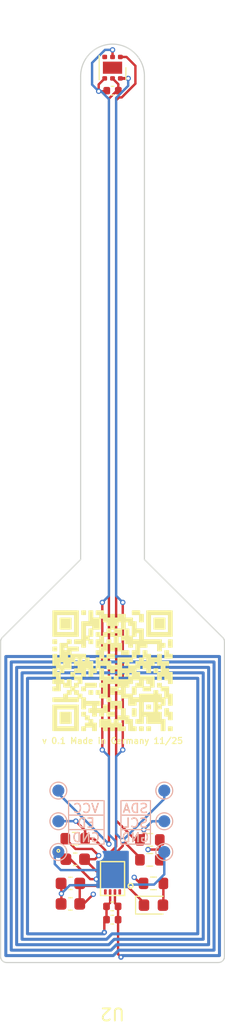
<source format=kicad_pcb>
(kicad_pcb (version 20240108) (generator "pcbnew") (generator_version "8.0")
  (layers (0 "F.Cu" signal) (1 "In1.Cu" signal) (2 "In2.Cu" signal) (31 "B.Cu" signal) (34 "B.Paste" user) (35 "F.Paste" user) (36 "B.SilkS" user "B.Silkscreen") (37 "F.SilkS" user "F.Silkscreen") (38 "B.Mask" user) (39 "F.Mask" user) (44 "Edge.Cuts" user))
  (net 0 "")
  (net 1 "GND")
  (net 2 "ANT2")
  (net 3 "ANT1")
  (net 4 "SCL")
  (net 5 "SDA")
  (net 7 "VOUT")
  (net 8 "Net-(D1-A)")
  (net 12 "ED")
  (footprint "Capacitor_SMD:C_0603_1608Metric" (layer "F.Cu") (at 126.4 48.7 180)
    (property "Reference" "C6" (hide yes))
    (property "Value" "1uF")
    (pad "1" smd roundrect (at -0.775 0 180) (size 0.9 0.95) (layers "F.Cu" "F.Paste" "F.Mask") (net 7 "VOUT"))
    (pad "2" smd roundrect (at 0.775 0 180) (size 0.9 0.95) (layers "F.Cu" "F.Paste" "F.Mask") (net 1 "GND"))
  )
  (footprint "Capacitor_SMD:C_0603_1608Metric" (layer "F.Cu") (at 126 50.7 180)
    (property "Reference" "C2" (hide yes))
    (property "Value" "100pF")
    (pad "1" smd roundrect (at -0.775 0 180) (size 0.9 0.95) (layers "F.Cu" "F.Paste" "F.Mask") (net 7 "VOUT"))
    (pad "2" smd roundrect (at 0.775 0 180) (size 0.9 0.95) (layers "F.Cu" "F.Paste" "F.Mask") (net 1 "GND"))
  )
  (footprint "unsurv_offline_pcb_footprints:TMP117 WSON-6-1EP_2x2mm_P0.65mm_no_pad_paste" (layer "F.Cu") (at 129.5 -16.8 -90)
    (property "Reference" "U1" (hide yes))
    (property "Value" "TMP117AIDRVR")
    (pad "1" smd roundrect (at -0.8875 -0.65 270) (size 0.375 0.4) (layers "F.Cu" "F.Paste" "F.Mask") (net 4 "SCL"))
    (pad "2" smd roundrect (at -0.8875 0 270) (size 0.375 0.4) (layers "F.Cu" "F.Paste" "F.Mask") (net 1 "GND"))
    (pad "3" smd roundrect (at -0.8875 0.65 270) (size 0.375 0.4) (layers "F.Cu" "F.Paste" "F.Mask"))
    (pad "4" smd roundrect (at 0.8875 0.65 270) (size 0.375 0.4) (layers "F.Cu" "F.Paste" "F.Mask") (net 1 "GND"))
    (pad "5" smd roundrect (at 0.8875 0 270) (size 0.375 0.4) (layers "F.Cu" "F.Paste" "F.Mask") (net 7 "VOUT"))
    (pad "6" smd roundrect (at 0.8875 -0.65 270) (size 0.375 0.4) (layers "F.Cu" "F.Paste" "F.Mask") (net 5 "SDA"))
    (pad "7" smd rect (at 0 0 270) (size 1 1.6) (layers "F.Cu" "F.Mask"))
  )
  (footprint "unsurv_offline_pcb_footprints:https___shop.unsurv.org" (layer "F.Cu") (at 129.5 33.1)
    (property "Reference" "QR_ref1" (hide yes))
    (property "Value" "TestPoint" (hide yes))
  )
  (footprint "LED_SMD:LED_0603_1608Metric" (layer "F.Cu") (at 132.9 52.5)
    (property "Reference" "D1" (hide yes))
    (property "Value" "LED")
    (pad "1" smd roundrect (at -0.7875 0) (size 0.875 0.95) (layers "F.Cu" "F.Paste" "F.Mask") (net 1 "GND"))
    (pad "2" smd roundrect (at 0.7875 0) (size 0.875 0.95) (layers "F.Cu" "F.Paste" "F.Mask") (net 8 "Net-(D1-A)"))
  )
  (footprint "Resistor_SMD:R_0603_1608Metric" (layer "F.Cu") (at 132.6 47.1 180)
    (property "Reference" "R1" (hide yes))
    (property "Value" "4.7k")
    (pad "1" smd roundrect (at -0.825 0 180) (size 0.8 0.95) (layers "F.Cu" "F.Paste" "F.Mask") (net 7 "VOUT"))
    (pad "2" smd roundrect (at 0.825 0 180) (size 0.8 0.95) (layers "F.Cu" "F.Paste" "F.Mask") (net 4 "SCL"))
  )
  (footprint "Capacitor_SMD:C_0402_1005Metric" (layer "F.Cu") (at 129.5 -14.9 180)
    (property "Reference" "C3" (hide yes))
    (property "Value" "0.1 uF")
    (pad "1" smd roundrect (at -0.48 0 180) (size 0.56 0.62) (layers "F.Cu" "F.Paste" "F.Mask") (net 7 "VOUT"))
    (pad "2" smd roundrect (at 0.48 0 180) (size 0.56 0.62) (layers "F.Cu" "F.Paste" "F.Mask") (net 1 "GND"))
  )
  (footprint "unsurv_offline_pcb_footprints:NTAG 5 link" (layer "F.Cu") (at 129.5 50.3 180)
    (property "Reference" "U2" (at 0 -11.2 180) (layer "F.SilkS"))
    (property "Value" "~")
    (pad "1" smd roundrect (at -0.5 -0.6 90) (size 0.22 0.8) (layers "F.Cu" "F.Paste" "F.Mask") (net 1 "GND"))
    (pad "2" smd roundrect (at -0.5 -0.2 90) (size 0.22 0.8) (layers "F.Cu" "F.Paste" "F.Mask") (net 1 "GND"))
    (pad "3" smd roundrect (at -0.5 0.2 90) (size 0.22 0.8) (layers "F.Cu" "F.Paste" "F.Mask"))
    (pad "4" smd roundrect (at -0.5 0.6 90) (size 0.22 0.8) (layers "F.Cu" "F.Paste" "F.Mask"))
    (pad "5" smd roundrect (at -0.6 1.1) (size 0.22 0.44) (layers "F.Cu" "F.Paste" "F.Mask"))
    (pad "6" smd roundrect (at -0.2 1.1) (size 0.22 0.44) (layers "F.Cu" "F.Paste" "F.Mask") (net 5 "SDA"))
    (pad "7" smd roundrect (at 0.2 1.1) (size 0.22 0.44) (layers "F.Cu" "F.Paste" "F.Mask") (net 4 "SCL"))
    (pad "8" smd roundrect (at 0.6 1.1) (size 0.22 0.44) (layers "F.Cu" "F.Paste" "F.Mask") (net 12 "ED"))
    (pad "9" smd roundrect (at 0.5 0.6 270) (size 0.22 0.8) (layers "F.Cu" "F.Paste" "F.Mask") (net 7 "VOUT"))
    (pad "10" smd roundrect (at 0.5 0.2 270) (size 0.22 0.8) (layers "F.Cu" "F.Paste" "F.Mask"))
    (pad "11" smd roundrect (at 0.5 -0.2 270) (size 0.22 0.8) (layers "F.Cu" "F.Paste" "F.Mask") (net 1 "GND"))
    (pad "12" smd roundrect (at 0.5 -0.6 270) (size 0.22 0.8) (layers "F.Cu" "F.Paste" "F.Mask") (net 7 "VOUT"))
    (pad "13" smd roundrect (at 0.6 -1.1) (size 0.22 0.44) (layers "F.Cu" "F.Paste" "F.Mask"))
    (pad "14" smd roundrect (at 0.2 -1.1) (size 0.22 0.44) (layers "F.Cu" "F.Paste" "F.Mask") (net 3 "ANT1"))
    (pad "15" smd roundrect (at -0.2 -1.1) (size 0.22 0.44) (layers "F.Cu" "F.Paste" "F.Mask") (net 2 "ANT2"))
    (pad "16" smd roundrect (at -0.6 -1.1) (size 0.22 0.44) (layers "F.Cu" "F.Paste" "F.Mask"))
  )
  (footprint "Resistor_SMD:R_0603_1608Metric" (layer "F.Cu") (at 126.4 47)
    (property "Reference" "R3" (hide yes))
    (property "Value" "4.7k")
    (pad "1" smd roundrect (at -0.825 0) (size 0.8 0.95) (layers "F.Cu" "F.Paste" "F.Mask") (net 7 "VOUT"))
    (pad "2" smd roundrect (at 0.825 0) (size 0.8 0.95) (layers "F.Cu" "F.Paste" "F.Mask") (net 12 "ED"))
  )
  (footprint "Capacitor_SMD:C_0402_1005Metric" (layer "F.Cu") (at 129.48 52.6 180)
    (property "Reference" "C1" (hide yes))
    (property "Value" "100pF")
    (pad "1" smd roundrect (at -0.48 0 180) (size 0.56 0.62) (layers "F.Cu" "F.Paste" "F.Mask") (net 2 "ANT2"))
    (pad "2" smd roundrect (at 0.48 0 180) (size 0.56 0.62) (layers "F.Cu" "F.Paste" "F.Mask") (net 3 "ANT1"))
  )
  (footprint "Resistor_SMD:R_0603_1608Metric" (layer "F.Cu") (at 132.9 50.7)
    (property "Reference" "R4" (hide yes))
    (property "Value" "1k")
    (pad "1" smd roundrect (at -0.825 0) (size 0.8 0.95) (layers "F.Cu" "F.Paste" "F.Mask") (net 7 "VOUT"))
    (pad "2" smd roundrect (at 0.825 0) (size 0.8 0.95) (layers "F.Cu" "F.Paste" "F.Mask") (net 8 "Net-(D1-A)"))
  )
  (footprint "Resistor_SMD:R_0603_1608Metric" (layer "F.Cu") (at 132.6 48.75 180)
    (property "Reference" "R2" (hide yes))
    (property "Value" "4.7k")
    (pad "1" smd roundrect (at -0.825 0 180) (size 0.8 0.95) (layers "F.Cu" "F.Paste" "F.Mask") (net 7 "VOUT"))
    (pad "2" smd roundrect (at 0.825 0 180) (size 0.8 0.95) (layers "F.Cu" "F.Paste" "F.Mask") (net 5 "SDA"))
  )
  (footprint "Capacitor_SMD:C_0603_1608Metric" (layer "F.Cu") (at 126 52.4 180)
    (property "Reference" "C5" (hide yes))
    (property "Value" "0.47 uF")
    (pad "1" smd roundrect (at -0.775 0 180) (size 0.9 0.95) (layers "F.Cu" "F.Paste" "F.Mask") (net 7 "VOUT"))
    (pad "2" smd roundrect (at 0.775 0 180) (size 0.9 0.95) (layers "F.Cu" "F.Paste" "F.Mask") (net 1 "GND"))
  )
  (footprint "Capacitor_SMD:C_0402_1005Metric" (layer "F.Cu") (at 129.48 53.7 180)
    (property "Reference" "C4" (hide yes))
    (property "Value" "16pF")
    (pad "1" smd roundrect (at -0.48 0 180) (size 0.56 0.62) (layers "F.Cu" "F.Paste" "F.Mask") (net 2 "ANT2"))
    (pad "2" smd roundrect (at 0.48 0 180) (size 0.56 0.62) (layers "F.Cu" "F.Paste" "F.Mask") (net 3 "ANT1"))
  )
  (footprint "unsurv_offline_pcb_footprints:testpoint_array_2x3" (layer "B.Cu") (at 129.4 43.02 180)
    (property "Reference" "U3" (hide yes))
    (property "Value" "~")
    (pad "1" smd circle (at 4.4 0 180) (size 1 1) (layers "B.Cu" "B.Mask") (net 7 "VOUT"))
    (pad "2" smd circle (at 4.4 -2.54 180) (size 1 1) (layers "B.Cu" "B.Mask") (net 12 "ED"))
    (pad "3" smd circle (at 4.4 -5.08 180) (size 1 1) (layers "B.Cu" "B.Mask") (net 1 "GND"))
    (pad "4" smd circle (at -4.4 0 180) (size 1 1) (layers "B.Cu" "B.Mask") (net 5 "SDA"))
    (pad "5" smd circle (at -4.4 -2.54 180) (size 1 1) (layers "B.Cu" "B.Mask") (net 4 "SCL"))
    (pad "6" smd circle (at -4.4 -5.08 180) (size 1 1) (layers "B.Cu" "B.Mask") (net 1 "GND"))
  )
  (footprint "unsurv_offline_pcb_footprints:25x18_1016nH" (layer "B.Cu") (at 138.50901 31.8 180)
    (property "Reference" "AE1" (hide yes))
    (property "Value" "Antenna_Dipole")
    (pad "1" thru_hole circle (at 8.30901 -25 180) (size 0.45 0.45) (drill 0.2) (layers "*.Cu" "*.Mask") (net 2 "ANT2"))
    (pad "1" smd custom (at 8.30901 -24.875 180) (size 0.25 0.25) (layers "B.Cu") (net 2 "ANT2") (options (clearance outline) (anchor circle)) (primitives (gr_line (start 0 0) (end -8.18401 0) (width 0.25)) (gr_line (start -8.18401 0) (end -8.18401 24.75) (width 0.25)) (gr_line (start -8.18401 24.75) (end 9.56599 24.75) (width 0.25)) (gr_line (start 9.56599 24.75) (end 9.56599 0) (width 0.25)) (gr_line (start 9.56599 0) (end 0.636396 0) (width 0.25)) (gr_line (start 0.636396 0) (end 0.186396 0.45) (width 0.25)) (gr_line (start 0.186396 0.45) (end -7.73401 0.45) (width 0.25)) (gr_line (start -7.73401 0.45) (end -7.73401 24.3) (width 0.25)) (gr_line (start -7.73401 24.3) (end 9.11599 24.3) (width 0.25)) (gr_line (start 9.11599 24.3) (end 9.11599 0.45) (width 0.25)) (gr_line (start 9.11599 0.45) (end 0.822792 0.45) (width 0.25)) (gr_line (start 0.822792 0.45) (end 0.372792 0.9) (width 0.25)) (gr_line (start 0.372792 0.9) (end -7.28401 0.9) (width 0.25)) (gr_line (start -7.28401 0.9) (end -7.28401 23.85) (width 0.25)) (gr_line (start -7.28401 23.85) (end 8.66599 23.85) (width 0.25)) (gr_line (start 8.66599 23.85) (end 8.66599 0.9) (width 0.25)) (gr_line (start 8.66599 0.9) (end 1.009188 0.9) (width 0.25)) (gr_line (start 1.009188 0.9) (end 0.559188 1.35) (width 0.25)) (gr_line (start 0.559188 1.35) (end -6.83401 1.35) (width 0.25)) (gr_line (start -6.83401 1.35) (end -6.83401 23.4) (width 0.25)) (gr_line (start -6.83401 23.4) (end 8.21599 23.4) (width 0.25)) (gr_line (start 8.21599 23.4) (end 8.21599 1.35) (width 0.25)) (gr_line (start 8.21599 1.35) (end 1.195584 1.35) (width 0.25)) (gr_line (start 1.195584 1.35) (end 0.745584 1.8) (width 0.25)) (gr_line (start 0.745584 1.8) (end -6.38401 1.8) (width 0.25)) (gr_line (start -6.38401 1.8) (end -6.38401 22.95) (width 0.25)) (gr_line (start -6.38401 22.95) (end 7.76599 22.95) (width 0.25)) (gr_line (start 7.76599 22.95) (end 7.76599 1.8) (width 0.25))))
    (pad "2" smd custom (at 9.69099 -23.075 180) (size 0.25 0.25) (layers "B.Cu") (net 3 "ANT1") (options (clearance outline) (anchor circle)) (primitives (gr_line (start 0 0) (end 6.38401 0) (width 0.25))))
    (pad "2" thru_hole circle (at 9.69099 -22.95 180) (size 0.45 0.45) (drill 0.2) (layers "*.Cu" "*.Mask") (net 3 "ANT1"))
  )
  (gr_rect (start 130.2 43.85) (end 132.65 45.05) (stroke (width 0.1)) (fill none) (layer "B.SilkS"))
  (gr_rect (start 125.85 45.05) (end 128.8 46.25) (stroke (width 0.1)) (fill none) (layer "B.SilkS"))
  (gr_rect (start 125.85 43.85) (end 128.8 45.05) (stroke (width 0.1)) (fill none) (layer "B.SilkS"))
  (gr_rect (start 130.2 46.25) (end 132.65 47.45) (stroke (width 0.1)) (fill none) (layer "B.SilkS"))
  (gr_rect (start 125.85 46.25) (end 128.8 47.45) (stroke (width 0.1)) (fill none) (layer "B.SilkS"))
  (gr_rect (start 130.2 45.05) (end 132.65 46.25) (stroke (width 0.1)) (fill none) (layer "B.SilkS"))
  (gr_circle (center 125 48) (end 124.95 48.1) (stroke (width 0.1)) (fill none) (layer "F.SilkS"))
  (gr_line (start 132.149998 23.900002) (end 132.15 -16.1) (stroke (width 0.1)) (layer "Edge.Cuts"))
  (gr_line (start 138.3 57.25) (end 120.7 57.25) (stroke (width 0.1)) (layer "Edge.Cuts"))
  (gr_arc (start 138.8 56.75) (mid 138.653553 57.103553) (end 138.3 57.25) (stroke (width 0.1)) (layer "Edge.Cuts"))
  (gr_line (start 126.85 23.900002) (end 126.85 -16.1) (stroke (width 0.1)) (layer "Edge.Cuts"))
  (gr_arc (start 138.653569 30.349998) (mid 138.761956 30.512209) (end 138.8 30.703554) (stroke (width 0.1)) (layer "Edge.Cuts"))
  (gr_line (start 120.2 56.75) (end 120.2 30.703554) (stroke (width 0.1)) (layer "Edge.Cuts"))
  (gr_arc (start 120.7 57.25) (mid 120.346446 57.103554) (end 120.2 56.75) (stroke (width 0.1)) (layer "Edge.Cuts"))
  (gr_line (start 138.8 30.703554) (end 138.8 56.75) (stroke (width 0.1)) (layer "Edge.Cuts"))
  (gr_arc (start 126.85 -16.1) (mid 129.5 -18.75) (end 132.15 -16.1) (stroke (width 0.1)) (layer "Edge.Cuts"))
  (gr_line (start 120.346463 30.350031) (end 126.85 23.900002) (stroke (width 0.1)) (layer "Edge.Cuts"))
  (gr_arc (start 120.2 30.703554) (mid 120.238073 30.512226) (end 120.346463 30.350031) (stroke (width 0.1)) (layer "Edge.Cuts"))
  (gr_line (start 132.149998 23.900002) (end 138.653569 30.349998) (stroke (width 0.1)) (layer "Edge.Cuts"))
  (gr_text "SDA\nSCL\nGND\n" (at 131.4 45.7 0) (layer "B.SilkS") (effects (font (size 0.75 0.75) (thickness 0.125)) (justify mirror)))
  (gr_text "VCC\nED\nGND" (at 127.3 45.7 0) (layer "B.SilkS") (effects (font (size 0.75 0.75) (thickness 0.125)) (justify mirror)))
  (gr_text "v 0.1 Made in Germany 11/25" (at 129.5 38.9 0) (layer "F.SilkS") (effects (font (size 0.5 0.5) (thickness 0.1))))
  (segment (start 128.3 50.5) (end 128.15 50.35) (width 0.2) (layer "F.Cu") (net 1))
  (segment (start 132.1125 52.5) (end 132.1125 52.3125) (width 0.2) (layer "F.Cu") (net 1))
  (segment (start 125.25 51.55) (end 125.25 52.375) (width 0.2) (layer "F.Cu") (net 1))
  (segment (start 128.35 -14.85) (end 128.97 -14.85) (width 0.2) (layer "F.Cu") (net 1))
  (segment (start 128.35 -15.4125) (end 128.85 -15.9125) (width 0.2) (layer "F.Cu") (net 1))
  (segment (start 125.625 48.7) (end 126 48.7) (width 0.2) (layer "F.Cu") (net 1))
  (segment (start 125.25 50.725) (end 125.225 50.7) (width 0.2) (layer "F.Cu") (net 1))
  (segment (start 130.7 50.9) (end 130 50.9) (width 0.2) (layer "F.Cu") (net 1))
  (segment (start 125.25 52.375) (end 125.225 52.4) (width 0.2) (layer "F.Cu") (net 1))
  (segment (start 128.97 -14.85) (end 129.02 -14.9) (width 0.2) (layer "F.Cu") (net 1))
  (segment (start 129 50.5) (end 128.3 50.5) (width 0.2) (layer "F.Cu") (net 1))
  (segment (start 128.35 -14.85) (end 128.35 -15.4125) (width 0.2) (layer "F.Cu") (net 1))
  (segment (start 128.65 39.65) (end 128.65 27.45) (width 0.2) (layer "F.Cu") (net 1))
  (segment (start 125.25 51.55) (end 125.25 50.725) (width 0.2) (layer "F.Cu") (net 1))
  (segment (start 132.1125 52.3125) (end 130.7 50.9) (width 0.2) (layer "F.Cu") (net 1))
  (segment (start 129.501474 -18.27645) (end 129.5 -18.274976) (width 0.2) (layer "F.Cu") (net 1))
  (segment (start 126 48.7) (end 127.65 50.35) (width 0.2) (layer "F.Cu") (net 1))
  (segment (start 127.65 50.35) (end 128.15 50.35) (width 0.2) (layer "F.Cu") (net 1))
  (segment (start 129.5 -18.274976) (end 129.5 -17.6875) (width 0.2) (layer "F.Cu") (net 1))
  (via (at 128.15 50.35) (size 0.45) (drill 0.25) (layers "F.Cu" "B.Cu") (net 1))
  (via (at 125.25 51.55) (size 0.45) (drill 0.25) (layers "F.Cu" "B.Cu") (net 1))
  (via (at 129.501474 -18.27645) (size 0.45) (drill 0.25) (layers "F.Cu" "B.Cu") (net 1))
  (via (at 128.35 -14.85) (size 0.45) (drill 0.25) (layers "F.Cu" "B.Cu") (net 1))
  (via (at 128.65 39.65) (size 0.45) (drill 0.25) (layers "F.Cu" "B.Cu") (net 1))
  (via (at 128.65 27.45) (size 0.45) (drill 0.25) (layers "F.Cu" "B.Cu") (net 1))
  (segment (start 128.65 27.45) (end 129.2 26.9) (width 0.2) (layer "B.Cu") (net 1))
  (segment (start 133.8 49.95) (end 132.95 50.8) (width 0.2) (layer "B.Cu") (net 1))
  (segment (start 129.2 46.4) (end 129.2 40.2) (width 0.2) (layer "B.Cu") (net 1))
  (segment (start 124.7 49.1) (end 124.7 48.4) (width 0.2) (layer "B.Cu") (net 1))
  (segment (start 129.75 47.2) (end 129.75 48.25) (width 0.2) (layer "B.Cu") (net 1))
  (segment (start 129.2 26.9) (end 129.2 -14.2) (width 0.2) (layer "B.Cu") (net 1))
  (segment (start 125.2 49.6) (end 124.7 49.1) (width 0.2) (layer "B.Cu") (net 1))
  (segment (start 127.8 -17.2) (end 128.87645 -18.27645) (width 0.2) (layer "B.Cu") (net 1))
  (segment (start 128.55 -14.85) (end 129.2 -14.2) (width 0.2) (layer "B.Cu") (net 1))
  (segment (start 129.2 46.65) (end 129.75 47.2) (width 0.2) (layer "B.Cu") (net 1))
  (segment (start 128.87645 -18.27645) (end 129.501474 -18.27645) (width 0.2) (layer "B.Cu") (net 1))
  (segment (start 132.95 50.8) (end 130.6 50.8) (width 0.2) (layer "B.Cu") (net 1))
  (segment (start 128.35 -14.85) (end 128.55 -14.85) (width 0.2) (layer "B.Cu") (net 1))
  (segment (start 128.35 -14.85) (end 127.8 -15.4) (width 0.2) (layer "B.Cu") (net 1))
  (segment (start 125.95 50.85) (end 125.25 51.55) (width 0.2) (layer "B.Cu") (net 1))
  (segment (start 128.35 49.6) (end 125.2 49.6) (width 0.2) (layer "B.Cu") (net 1))
  (segment (start 129.2 40.2) (end 128.65 39.65) (width 0.2) (layer "B.Cu") (net 1))
  (segment (start 129.2 46.4) (end 129.2 46.65) (width 0.2) (layer "B.Cu") (net 1))
  (segment (start 133.8 48.1) (end 133.8 49.95) (width 0.2) (layer "B.Cu") (net 1))
  (segment (start 128.35 50.85) (end 125.95 50.85) (width 0.2) (layer "B.Cu") (net 1))
  (segment (start 124.7 48.4) (end 125 48.1) (width 0.2) (layer "B.Cu") (net 1))
  (segment (start 127.8 -15.4) (end 127.8 -17.2) (width 0.2) (layer "B.Cu") (net 1))
  (segment (start 129.96 56.56) (end 130.2 56.8) (width 0.2) (layer "F.Cu") (net 2))
  (segment (start 129.96 53.7) (end 129.96 56.56) (width 0.2) (layer "F.Cu") (net 2))
  (segment (start 129.96 52.6) (end 129.96 53.7) (width 0.2) (layer "F.Cu") (net 2))
  (segment (start 129.7 51.4) (end 129.7 52.34) (width 0.2) (layer "F.Cu") (net 2))
  (segment (start 129.7 52.34) (end 129.96 52.6) (width 0.2) (layer "F.Cu") (net 2))
  (segment (start 129.3 51.4) (end 129.3 52.3) (width 0.2) (layer "F.Cu") (net 3))
  (segment (start 128.81802 53.88198) (end 129 53.7) (width 0.2) (layer "F.Cu") (net 3))
  (segment (start 128.81802 54.75) (end 128.81802 53.88198) (width 0.2) (layer "F.Cu") (net 3))
  (segment (start 129.3 52.3) (end 129 52.6) (width 0.2) (layer "F.Cu") (net 3))
  (segment (start 129 52.6) (end 129 53.7) (width 0.2) (layer "F.Cu") (net 3))
  (segment (start 130.04 -14.34) (end 129.8 -14.1) (width 0.2) (layer "F.Cu") (net 4))
  (segment (start 131.4 -15.479167) (end 130.46 -14.539167) (width 0.2) (layer "F.Cu") (net 4))
  (segment (start 130.6625 -17.6875) (end 131.4 -16.95) (width 0.2) (layer "F.Cu") (net 4))
  (segment (start 129.8 -14.1) (end 129.8 45.5) (width 0.2) (layer "F.Cu") (net 4))
  (segment (start 130.15 -17.6875) (end 130.6625 -17.6875) (width 0.2) (layer "F.Cu") (net 4))
  (segment (start 129.8 45.5) (end 129.8 47.65) (width 0.2) (layer "F.Cu") (net 4))
  (segment (start 132.1 46.25) (end 132.1 46.775) (width 0.2) (layer "F.Cu") (net 4))
  (segment (start 132.1 46.775) (end 131.775 47.1) (width 0.2) (layer "F.Cu") (net 4))
  (segment (start 131.4 47.1) (end 129.8 45.5) (width 0.2) (layer "F.Cu") (net 4))
  (segment (start 131.4 -16.95) (end 131.4 -15.479167) (width 0.2) (layer "F.Cu") (net 4))
  (segment (start 129.8 47.65) (end 129.3 48.15) (width 0.2) (layer "F.Cu") (net 4))
  (segment (start 130.46 -14.535286) (end 130.264714 -14.34) (width 0.2) (layer "F.Cu") (net 4))
  (segment (start 130.264714 -14.34) (end 130.04 -14.34) (width 0.2) (layer "F.Cu") (net 4))
  (segment (start 129.3 48.15) (end 129.3 49.2) (width 0.2) (layer "F.Cu") (net 4))
  (segment (start 131.775 47.1) (end 131.4 47.1) (width 0.2) (layer "F.Cu") (net 4))
  (segment (start 130.46 -14.539167) (end 130.46 -14.535286) (width 0.2) (layer "F.Cu") (net 4))
  (via (at 132.1 46.25) (size 0.45) (drill 0.25) (layers "F.Cu" "B.Cu") (net 4))
  (segment (start 133.8 45.56) (end 132.79 45.56) (width 0.2) (layer "B.Cu") (net 4))
  (segment (start 132.79 45.56) (end 132.1 46.25) (width 0.2) (layer "B.Cu") (net 4))
  (segment (start 130.35 47.6) (end 129.7 48.25) (width 0.2) (layer "F.Cu") (net 5))
  (segment (start 130.35 47.15) (end 130.35 47.6) (width 0.2) (layer "F.Cu") (net 5))
  (segment (start 130.35 27.45) (end 130.35 39.65) (width 0.2) (layer "F.Cu") (net 5))
  (segment (start 130.8 -15.9125) (end 130.15 -15.9125) (width 0.25) (layer "F.Cu") (net 5))
  (segment (start 129.7 48.25) (end 129.7 49.2) (width 0.2) (layer "F.Cu") (net 5))
  (segment (start 130.35 47.15) (end 130.4 47.1) (width 0.2) (layer "F.Cu") (net 5))
  (segment (start 131.775 48.75) (end 131.775 48.575) (width 0.2) (layer "F.Cu") (net 5))
  (segment (start 131.775 48.575) (end 130.35 47.15) (width 0.2) (layer "F.Cu") (net 5))
  (via (at 130.35 27.45) (size 0.45) (drill 0.25) (layers "F.Cu" "B.Cu") (net 5))
  (via (at 130.35 47.15) (size 0.45) (drill 0.25) (layers "F.Cu" "B.Cu") (net 5))
  (via (at 130.8 -15.9125) (size 0.45) (drill 0.25) (layers "F.Cu" "B.Cu") (net 5))
  (via (at 130.35 39.65) (size 0.45) (drill 0.25) (layers "F.Cu" "B.Cu") (net 5))
  (segment (start 129.8 40.2) (end 129.8 46.6) (width 0.2) (layer "B.Cu") (net 5))
  (segment (start 129.8 26.9) (end 129.8 -14.3) (width 0.2) (layer "B.Cu") (net 5))
  (segment (start 129.8 46.6) (end 130.35 47.15) (width 0.2) (layer "B.Cu") (net 5))
  (segment (start 129.8 -14.3) (end 130.8 -15.3) (width 0.2) (layer "B.Cu") (net 5))
  (segment (start 130.35 27.45) (end 129.8 26.9) (width 0.2) (layer "B.Cu") (net 5))
  (segment (start 133.8 43.02) (end 133.8 43.7) (width 0.2) (layer "B.Cu") (net 5))
  (segment (start 130.8 -15.3) (end 130.8 -15.9125) (width 0.2) (layer "B.Cu") (net 5))
  (segment (start 130.35 39.65) (end 129.8 40.2) (width 0.2) (layer "B.Cu") (net 5))
  (segment (start 133.8 43.7) (end 130.35 47.15) (width 0.2) (layer "B.Cu") (net 5))
  (segment (start 127.175 48.7) (end 128.175 49.7) (width 0.2) (layer "F.Cu") (net 7))
  (segment (start 128.05 48.7) (end 128.35 48.4) (width 0.2) (layer "F.Cu") (net 7))
  (segment (start 133.425 47.9) (end 133.425 48.75) (width 0.2) (layer "F.Cu") (net 7))
  (segment (start 129.860833 -14.9) (end 129.98 -14.9) (width 0.2) (layer "F.Cu") (net 7))
  (segment (start 127.175 48.7) (end 128.05 48.7) (width 0.2) (layer "F.Cu") (net 7))
  (segment (start 128.175 49.7) (end 129 49.7) (width 0.2) (layer "F.Cu") (net 7))
  (segment (start 129.98 -15.4325) (end 129.5 -15.9125) (width 0.2) (layer "F.Cu") (net 7))
  (segment (start 127.1 52.4) (end 127.9 51.6) (width 0.2) (layer "F.Cu") (net 7))
  (segment (start 126.975 50.9) (end 126.775 50.7) (width 0.2) (layer "F.Cu") (net 7))
  (segment (start 126.425 47.85) (end 127.8 47.85) (width 0.2) (layer "F.Cu") (net 7))
  (segment (start 127.8 47.85) (end 128.35 48.4) (width 0.2) (layer "F.Cu") (net 7))
  (segment (start 125.575 47) (end 126.425 47.85) (width 0.2) (layer "F.Cu") (net 7))
  (segment (start 129 50.9) (end 126.975 50.9) (width 0.2) (layer "F.Cu") (net 7))
  (segment (start 131.8 50.7) (end 131.3 50.2) (width 0.2) (layer "F.Cu") (net 7))
  (segment (start 133.425 47.9) (end 132.45 47.9) (width 0.2) (layer "F.Cu") (net 7))
  (segment (start 129.98 -14.9) (end 129.98 -15.4325) (width 0.2) (layer "F.Cu") (net 7))
  (segment (start 129.2 47.45) (end 129.2 -14.239167) (width 0.2) (layer "F.Cu") (net 7))
  (segment (start 132.075 50.7) (end 131.8 50.7) (width 0.2) (layer "F.Cu") (net 7))
  (segment (start 133.425 47.1) (end 133.425 47.9) (width 0.2) (layer "F.Cu") (net 7))
  (segment (start 126.775 50.7) (end 126.775 52.4) (width 0.2) (layer "F.Cu") (net 7))
  (segment (start 129.2 -14.239167) (end 129.860833 -14.9) (width 0.2) (layer "F.Cu") (net 7))
  (segment (start 126.775 52.4) (end 127.1 52.4) (width 0.2) (layer "F.Cu") (net 7))
  (via (at 127.9 51.6) (size 0.45) (drill 0.25) (layers "F.Cu" "B.Cu") (net 7))
  (via (at 129.2 47.45) (size 0.45) (drill 0.25) (layers "F.Cu" "B.Cu") (net 7))
  (via (at 128.35 48.4) (size 0.45) (drill 0.25) (layers "F.Cu" "B.Cu") (net 7))
  (via (at 132.45 47.9) (size 0.45) (drill 0.25) (layers "F.Cu" "B.Cu") (net 7))
  (via (at 131.3 50.2) (size 0.45) (drill 0.25) (layers "F.Cu" "B.Cu") (net 7))
  (segment (start 125 43.25) (end 129.2 47.45) (width 0.2) (layer "B.Cu") (net 7))
  (segment (start 125 43.02) (end 125 43.25) (width 0.2) (layer "B.Cu") (net 7))
  (segment (start 133.725 50.7) (end 133.725 52.4625) (width 0.2) (layer "F.Cu") (net 8))
  (segment (start 133.725 52.4625) (end 133.6875 52.5) (width 0.2) (layer "F.Cu") (net 8))
  (segment (start 127.225 46.325) (end 126.45 45.55) (width 0.2) (layer "F.Cu") (net 12))
  (segment (start 127.225 47) (end 127.225 46.325) (width 0.2) (layer "F.Cu") (net 12))
  (segment (start 128.9 49.2) (end 128.9 47.95) (width 0.2) (layer "F.Cu") (net 12))
  (segment (start 127.95 47) (end 127.225 47) (width 0.2) (layer "F.Cu") (net 12))
  (segment (start 128.9 47.95) (end 127.95 47) (width 0.2) (layer "F.Cu") (net 12))
  (via (at 126.45 45.55) (size 0.45) (drill 0.25) (layers "F.Cu" "B.Cu") (net 12))
  (segment (start 126.45 45.55) (end 125.01 45.55) (width 0.2) (layer "B.Cu") (net 12))
  (segment (start 125.01 45.55) (end 125 45.56) (width 0.2) (layer "B.Cu") (net 12))
  (zone (net 1) (net_name "GND") (layers "F&B.Cu") (connect_pads yes (clearance 0.2)) (min_thickness 0.15) (fill yes (thermal_gap 0.15) (thermal_bridge_width 0.15))
    (polygon (pts (xy 128.15 48) (xy 130.85 48) (xy 130.85 51.1) (xy 128.15 51.1)))
  )
)
</source>
